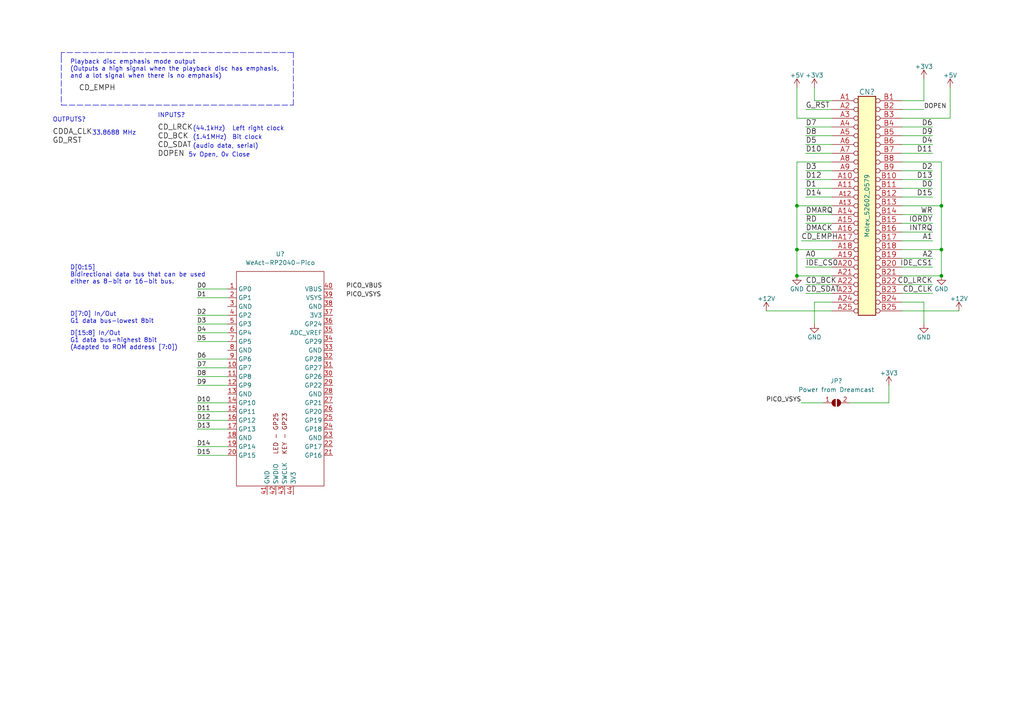
<source format=kicad_sch>
(kicad_sch (version 20211123) (generator eeschema)
  (paper "A4")
  (lib_symbols
    (symbol "Jumper:SolderJumper_2_Open" (pin_names (offset 0) hide)
      (property "Reference" "JP" (at 0 2.032 0))
      (property "Value" "SolderJumper_2_Open" (at 0 -2.54 0))
      (symbol "SolderJumper_2_Open_0_1"
        (arc (start -0.254 1.016) (mid -1.27 0) (end -0.254 -1.016))
        (arc (start -0.254 1.016) (mid -1.27 0) (end -0.254 -1.016) (fill (type outline)))
        (polyline (pts (xy -0.254 1.016) (xy -0.254 -1.016)))
        (polyline (pts (xy 0.254 1.016) (xy 0.254 -1.016)))
        (arc (start 0.254 -1.016) (mid 1.27 0) (end 0.254 1.016))
        (arc (start 0.254 -1.016) (mid 1.27 0) (end 0.254 1.016) (fill (type outline)))
      )
      (symbol "SolderJumper_2_Open_1_1"
        (pin passive line (at -3.81 0 0) (length 2.54) (name "A") (number "1"))
        (pin passive line (at 3.81 0 180) (length 2.54) (name "B") (number "2"))
      )
    )
    (symbol "Molex_52602_0579:Molex_52602_0579" (pin_names (offset 0.254) hide)
      (property "Reference" "CN" (at 0 33.02 0))
      (property "Value" "Molex_52602_0579" (at 0 0 90))
      (symbol "Molex_52602_0579_0_1"
        (rectangle (start -2.54 31.75) (end 2.54 -31.75) (stroke (width 0.254)) (fill (type background)))
      )
      (symbol "Molex_52602_0579_1_1"
        (pin passive inverted (at -10.16 30.48 0) (length 7.62) (name "A1") (number "A1"))
        (pin passive inverted (at -10.16 7.62 0) (length 7.62) (name "A10") (number "A10"))
        (pin passive inverted (at -10.16 5.08 0) (length 7.62) (name "A11") (number "A11"))
        (pin input inverted (at -10.16 2.54 0) (length 7.62) (name "A12") (number "A12"))
        (pin input inverted (at -10.16 0 0) (length 7.62) (name "A13") (number "A13"))
        (pin passive inverted (at -10.16 -2.54 0) (length 7.62) (name "A14") (number "A14"))
        (pin passive inverted (at -10.16 -5.08 0) (length 7.62) (name "A15") (number "A15"))
        (pin passive inverted (at -10.16 -7.62 0) (length 7.62) (name "A16") (number "A16"))
        (pin passive inverted (at -10.16 -10.16 0) (length 7.62) (name "A17") (number "A17"))
        (pin passive inverted (at -10.16 -12.7 0) (length 7.62) (name "A18") (number "A18"))
        (pin passive inverted (at -10.16 -15.24 0) (length 7.62) (name "A19") (number "A19"))
        (pin passive inverted (at -10.16 27.94 0) (length 7.62) (name "A2") (number "A2"))
        (pin passive inverted (at -10.16 -17.78 0) (length 7.62) (name "A20") (number "A20"))
        (pin passive inverted (at -10.16 -20.32 0) (length 7.62) (name "A21") (number "A21"))
        (pin passive inverted (at -10.16 -22.86 0) (length 7.62) (name "A22") (number "A22"))
        (pin passive inverted (at -10.16 -25.4 0) (length 7.62) (name "A23") (number "A23"))
        (pin passive inverted (at -10.16 -27.94 0) (length 7.62) (name "A24") (number "A24"))
        (pin passive inverted (at -10.16 -30.48 0) (length 7.62) (name "A25") (number "A25"))
        (pin passive inverted (at -10.16 25.4 0) (length 7.62) (name "A3") (number "A3"))
        (pin passive inverted (at -10.16 22.86 0) (length 7.62) (name "A4") (number "A4"))
        (pin passive inverted (at -10.16 20.32 0) (length 7.62) (name "A5") (number "A5"))
        (pin passive inverted (at -10.16 17.78 0) (length 7.62) (name "A6") (number "A6"))
        (pin passive inverted (at -10.16 15.24 0) (length 7.62) (name "A7") (number "A7"))
        (pin passive inverted (at -10.16 12.7 0) (length 7.62) (name "A8") (number "A8"))
        (pin passive inverted (at -10.16 10.16 0) (length 7.62) (name "A9") (number "A9"))
        (pin passive inverted (at 10.16 30.48 180) (length 7.62) (name "B1") (number "B1"))
        (pin passive inverted (at 10.16 7.62 180) (length 7.62) (name "B10") (number "B10"))
        (pin passive inverted (at 10.16 5.08 180) (length 7.62) (name "B11") (number "B11"))
        (pin passive inverted (at 10.16 2.54 180) (length 7.62) (name "B12") (number "B12"))
        (pin passive inverted (at 10.16 0 180) (length 7.62) (name "B13") (number "B13"))
        (pin passive inverted (at 10.16 -2.54 180) (length 7.62) (name "B14") (number "B14"))
        (pin passive inverted (at 10.16 -5.08 180) (length 7.62) (name "B15") (number "B15"))
        (pin passive inverted (at 10.16 -7.62 180) (length 7.62) (name "B16") (number "B16"))
        (pin passive inverted (at 10.16 -10.16 180) (length 7.62) (name "B17") (number "B17"))
        (pin passive inverted (at 10.16 -12.7 180) (length 7.62) (name "B18") (number "B18"))
        (pin passive inverted (at 10.16 -15.24 180) (length 7.62) (name "B19") (number "B19"))
        (pin passive inverted (at 10.16 27.94 180) (length 7.62) (name "B2") (number "B2"))
        (pin passive inverted (at 10.16 -17.78 180) (length 7.62) (name "B20") (number "B20"))
        (pin passive inverted (at 10.16 -20.32 180) (length 7.62) (name "B21") (number "B21"))
        (pin passive inverted (at 10.16 -22.86 180) (length 7.62) (name "B22") (number "B22"))
        (pin passive inverted (at 10.16 -25.4 180) (length 7.62) (name "B23") (number "B23"))
        (pin passive inverted (at 10.16 -27.94 180) (length 7.62) (name "B24") (number "B24"))
        (pin passive inverted (at 10.16 -30.48 180) (length 7.62) (name "B25") (number "B25"))
        (pin passive inverted (at 10.16 25.4 180) (length 7.62) (name "B3") (number "B3"))
        (pin passive inverted (at 10.16 22.86 180) (length 7.62) (name "B4") (number "B4"))
        (pin passive inverted (at 10.16 20.32 180) (length 7.62) (name "B5") (number "B5"))
        (pin passive inverted (at 10.16 17.78 180) (length 7.62) (name "B6") (number "B6"))
        (pin passive inverted (at 10.16 15.24 180) (length 7.62) (name "B7") (number "B7"))
        (pin passive inverted (at 10.16 12.7 180) (length 7.62) (name "B8") (number "B8"))
        (pin passive inverted (at 10.16 10.16 180) (length 7.62) (name "B9") (number "B9"))
      )
    )
    (symbol "Weact-RP2040-Pico:WeAct-RP2040-Pico"
      (property "Reference" "U" (at 0 16.51 0))
      (property "Value" "WeAct-RP2040-Pico" (at 0 19.05 0))
      (symbol "WeAct-RP2040-Pico_0_0"
        (text "KEY - GP23" (at 1.27 -26.67 900) (effects (font (size 1.27 1.27))))
        (text "LED - GP25" (at -1.27 -26.67 900) (effects (font (size 1.27 1.27))))
      )
      (symbol "WeAct-RP2040-Pico_0_1"
        (rectangle (start -12.7 20.32) (end 12.7 -41.91))
      )
      (symbol "WeAct-RP2040-Pico_1_1"
        (pin bidirectional line (at -15.24 15.24 0) (length 2.54) (name "GP0") (number "1"))
        (pin bidirectional line (at -15.24 -7.62 0) (length 2.54) (name "GP7") (number "10"))
        (pin bidirectional line (at -15.24 -10.16 0) (length 2.54) (name "GP8") (number "11"))
        (pin bidirectional line (at -15.24 -12.7 0) (length 2.54) (name "GP9") (number "12"))
        (pin bidirectional line (at -15.24 -15.24 0) (length 2.54) (name "GND") (number "13"))
        (pin bidirectional line (at -15.24 -17.78 0) (length 2.54) (name "GP10") (number "14"))
        (pin bidirectional line (at -15.24 -20.32 0) (length 2.54) (name "GP11") (number "15"))
        (pin bidirectional line (at -15.24 -22.86 0) (length 2.54) (name "GP12") (number "16"))
        (pin bidirectional line (at -15.24 -25.4 0) (length 2.54) (name "GP13") (number "17"))
        (pin bidirectional line (at -15.24 -27.94 0) (length 2.54) (name "GND") (number "18"))
        (pin bidirectional line (at -15.24 -30.48 0) (length 2.54) (name "GP14") (number "19"))
        (pin bidirectional line (at -15.24 12.7 0) (length 2.54) (name "GP1") (number "2"))
        (pin bidirectional line (at -15.24 -33.02 0) (length 2.54) (name "GP15") (number "20"))
        (pin bidirectional line (at 15.24 -33.02 180) (length 2.54) (name "GP16") (number "21"))
        (pin bidirectional line (at 15.24 -30.48 180) (length 2.54) (name "GP17") (number "22"))
        (pin bidirectional line (at 15.24 -27.94 180) (length 2.54) (name "GND") (number "23"))
        (pin bidirectional line (at 15.24 -25.4 180) (length 2.54) (name "GP18") (number "24"))
        (pin bidirectional line (at 15.24 -22.86 180) (length 2.54) (name "GP19") (number "25"))
        (pin bidirectional line (at 15.24 -20.32 180) (length 2.54) (name "GP20") (number "26"))
        (pin bidirectional line (at 15.24 -17.78 180) (length 2.54) (name "GP21") (number "27"))
        (pin bidirectional line (at 15.24 -15.24 180) (length 2.54) (name "GND") (number "28"))
        (pin bidirectional line (at 15.24 -12.7 180) (length 2.54) (name "GP22") (number "29"))
        (pin bidirectional line (at -15.24 10.16 0) (length 2.54) (name "GND") (number "3"))
        (pin bidirectional line (at 15.24 -10.16 180) (length 2.54) (name "GP26") (number "30"))
        (pin bidirectional line (at 15.24 -7.62 180) (length 2.54) (name "GP27") (number "31"))
        (pin bidirectional line (at 15.24 -5.08 180) (length 2.54) (name "GP28") (number "32"))
        (pin bidirectional line (at 15.24 -2.54 180) (length 2.54) (name "GND") (number "33"))
        (pin bidirectional line (at 15.24 0 180) (length 2.54) (name "GP29") (number "34"))
        (pin bidirectional line (at 15.24 2.54 180) (length 2.54) (name "ADC_VREF") (number "35"))
        (pin bidirectional line (at 15.24 5.08 180) (length 2.54) (name "GP24") (number "36"))
        (pin bidirectional line (at 15.24 7.62 180) (length 2.54) (name "3V3") (number "37"))
        (pin bidirectional line (at 15.24 10.16 180) (length 2.54) (name "GND") (number "38"))
        (pin bidirectional line (at 15.24 12.7 180) (length 2.54) (name "VSYS") (number "39"))
        (pin bidirectional line (at -15.24 7.62 0) (length 2.54) (name "GP2") (number "4"))
        (pin bidirectional line (at 15.24 15.24 180) (length 2.54) (name "VBUS") (number "40"))
        (pin bidirectional line (at -3.81 -44.45 90) (length 2.54) (name "GND") (number "41"))
        (pin bidirectional line (at -1.27 -44.45 90) (length 2.54) (name "SWDIO") (number "42"))
        (pin bidirectional line (at 1.27 -44.45 90) (length 2.54) (name "SWCLK") (number "43"))
        (pin bidirectional line (at 3.81 -44.45 90) (length 2.54) (name "3V3") (number "44"))
        (pin bidirectional line (at -15.24 5.08 0) (length 2.54) (name "GP3") (number "5"))
        (pin bidirectional line (at -15.24 2.54 0) (length 2.54) (name "GP4") (number "6"))
        (pin bidirectional line (at -15.24 0 0) (length 2.54) (name "GP5") (number "7"))
        (pin bidirectional line (at -15.24 -2.54 0) (length 2.54) (name "GND") (number "8"))
        (pin bidirectional line (at -15.24 -5.08 0) (length 2.54) (name "GP6") (number "9"))
      )
    )
    (symbol "power:+12V" (power) (pin_names (offset 0))
      (property "Value" "+12V" (at 0 3.556 0))
      (symbol "+12V_0_1"
        (polyline (pts (xy -0.762 1.27) (xy 0 2.54)))
        (polyline (pts (xy 0 0) (xy 0 2.54)))
        (polyline (pts (xy 0 2.54) (xy 0.762 1.27)))
      )
      (symbol "+12V_1_1"
        (pin power_in line (at 0 0 90) (length 0) hide (name "+12V") (number "1"))
      )
    )
    (symbol "power:+3V3" (power) (pin_names (offset 0))
      (property "Value" "+3V3" (at 0 3.556 0))
      (symbol "+3V3_0_1"
        (polyline (pts (xy -0.762 1.27) (xy 0 2.54)))
        (polyline (pts (xy 0 0) (xy 0 2.54)))
        (polyline (pts (xy 0 2.54) (xy 0.762 1.27)))
      )
      (symbol "+3V3_1_1"
        (pin power_in line (at 0 0 90) (length 0) hide (name "+3V3") (number "1"))
      )
    )
    (symbol "power:+5V" (power) (pin_names (offset 0))
      (property "Value" "+5V" (at 0 3.556 0))
      (symbol "+5V_0_1"
        (polyline (pts (xy -0.762 1.27) (xy 0 2.54)))
        (polyline (pts (xy 0 0) (xy 0 2.54)))
        (polyline (pts (xy 0 2.54) (xy 0.762 1.27)))
      )
      (symbol "+5V_1_1"
        (pin power_in line (at 0 0 90) (length 0) hide (name "+5V") (number "1"))
      )
    )
    (symbol "power:GND" (power) (pin_names (offset 0))
      (property "Value" "GND" (at 0 -3.81 0))
      (symbol "GND_0_1"
        (polyline (pts (xy 0 0) (xy 0 -1.27) (xy 1.27 -1.27) (xy 0 -2.54) (xy -1.27 -1.27) (xy 0 -1.27)))
      )
      (symbol "GND_1_1"
        (pin power_in line (at 0 0 270) (length 0) hide (name "GND") (number "1"))
      )
    )
  )
  (junction (at 273.05 59.69))
  (junction (at 231.14 72.39))
  (junction (at 273.05 80.01))
  (junction (at 231.14 59.69))
  (junction (at 231.14 80.01))
  (junction (at 273.05 72.39))
  (wire (pts (xy 57.15 109.22) (xy 66.04 109.22)))
  (wire (pts (xy 273.05 46.99) (xy 273.05 59.69)))
  (wire (pts (xy 267.97 87.63) (xy 267.97 93.98)))
  (wire (pts (xy 241.3 36.83) (xy 233.68 36.83)))
  (wire (pts (xy 261.62 36.83) (xy 270.51 36.83)))
  (wire (pts (xy 57.15 106.68) (xy 66.04 106.68)))
  (wire (pts (xy 273.05 72.39) (xy 273.05 80.01)))
  (wire (pts (xy 231.14 72.39) (xy 241.3 72.39)))
  (wire (pts (xy 57.15 86.36) (xy 66.04 86.36)))
  (wire (pts (xy 231.14 46.99) (xy 231.14 59.69)))
  (wire (pts (xy 231.14 34.29) (xy 241.3 34.29)))
  (wire (pts (xy 261.62 82.55) (xy 270.51 82.55)))
  (wire (pts (xy 261.62 49.53) (xy 270.51 49.53)))
  (polyline (pts (xy 17.78 15.24) (xy 17.78 16.51)))
  (wire (pts (xy 261.62 44.45) (xy 270.51 44.45)))
  (wire (pts (xy 261.62 85.09) (xy 270.51 85.09)))
  (wire (pts (xy 261.62 87.63) (xy 267.97 87.63)))
  (wire (pts (xy 261.62 54.61) (xy 270.51 54.61)))
  (wire (pts (xy 241.3 31.75) (xy 233.68 31.75)))
  (wire (pts (xy 236.22 29.21) (xy 241.3 29.21)))
  (wire (pts (xy 57.15 132.08) (xy 66.04 132.08)))
  (wire (pts (xy 241.3 87.63) (xy 236.22 87.63)))
  (wire (pts (xy 57.15 99.06) (xy 66.04 99.06)))
  (wire (pts (xy 231.14 59.69) (xy 241.3 59.69)))
  (wire (pts (xy 273.05 72.39) (xy 261.62 72.39)))
  (wire (pts (xy 257.81 111.76) (xy 257.81 116.84)))
  (wire (pts (xy 57.15 93.98) (xy 66.04 93.98)))
  (wire (pts (xy 236.22 87.63) (xy 236.22 93.98)))
  (wire (pts (xy 261.62 62.23) (xy 270.51 62.23)))
  (wire (pts (xy 261.62 34.29) (xy 275.59 34.29)))
  (wire (pts (xy 273.05 59.69) (xy 273.05 72.39)))
  (wire (pts (xy 57.15 121.92) (xy 66.04 121.92)))
  (wire (pts (xy 231.14 72.39) (xy 231.14 80.01)))
  (wire (pts (xy 241.3 54.61) (xy 233.68 54.61)))
  (wire (pts (xy 233.68 64.77) (xy 241.3 64.77)))
  (wire (pts (xy 261.62 90.17) (xy 278.13 90.17)))
  (wire (pts (xy 261.62 69.85) (xy 270.51 69.85)))
  (wire (pts (xy 241.3 52.07) (xy 233.68 52.07)))
  (wire (pts (xy 261.62 67.31) (xy 270.51 67.31)))
  (wire (pts (xy 57.15 104.14) (xy 66.04 104.14)))
  (wire (pts (xy 273.05 80.01) (xy 261.62 80.01)))
  (wire (pts (xy 261.62 39.37) (xy 270.51 39.37)))
  (wire (pts (xy 232.41 116.84) (xy 238.76 116.84)))
  (wire (pts (xy 261.62 31.75) (xy 267.97 31.75)))
  (wire (pts (xy 231.14 80.01) (xy 241.3 80.01)))
  (polyline (pts (xy 85.09 15.24) (xy 17.78 15.24)))
  (wire (pts (xy 57.15 119.38) (xy 66.04 119.38)))
  (wire (pts (xy 236.22 25.4) (xy 236.22 29.21)))
  (wire (pts (xy 261.62 57.15) (xy 270.51 57.15)))
  (wire (pts (xy 231.14 46.99) (xy 241.3 46.99)))
  (wire (pts (xy 57.15 116.84) (xy 66.04 116.84)))
  (wire (pts (xy 261.62 52.07) (xy 270.51 52.07)))
  (wire (pts (xy 233.68 85.09) (xy 241.3 85.09)))
  (polyline (pts (xy 17.78 16.51) (xy 17.78 30.48)))
  (wire (pts (xy 261.62 46.99) (xy 273.05 46.99)))
  (wire (pts (xy 257.81 116.84) (xy 246.38 116.84)))
  (wire (pts (xy 57.15 124.46) (xy 66.04 124.46)))
  (wire (pts (xy 261.62 74.93) (xy 270.51 74.93)))
  (wire (pts (xy 241.3 82.55) (xy 233.68 82.55)))
  (wire (pts (xy 57.15 91.44) (xy 66.04 91.44)))
  (wire (pts (xy 57.15 129.54) (xy 66.04 129.54)))
  (wire (pts (xy 241.3 69.85) (xy 232.41 69.85)))
  (wire (pts (xy 241.3 49.53) (xy 233.68 49.53)))
  (wire (pts (xy 267.97 22.86) (xy 267.97 29.21)))
  (wire (pts (xy 275.59 34.29) (xy 275.59 25.4)))
  (polyline (pts (xy 85.09 30.48) (xy 85.09 15.24)))
  (wire (pts (xy 261.62 41.91) (xy 270.51 41.91)))
  (wire (pts (xy 241.3 74.93) (xy 233.68 74.93)))
  (polyline (pts (xy 17.78 30.48) (xy 85.09 30.48)))
  (wire (pts (xy 57.15 111.76) (xy 66.04 111.76)))
  (wire (pts (xy 57.15 83.82) (xy 66.04 83.82)))
  (wire (pts (xy 57.15 96.52) (xy 66.04 96.52)))
  (wire (pts (xy 231.14 25.4) (xy 231.14 34.29)))
  (wire (pts (xy 241.3 41.91) (xy 233.68 41.91)))
  (wire (pts (xy 261.62 77.47) (xy 270.51 77.47)))
  (wire (pts (xy 241.3 39.37) (xy 233.68 39.37)))
  (wire (pts (xy 241.3 77.47) (xy 233.68 77.47)))
  (wire (pts (xy 267.97 29.21) (xy 261.62 29.21)))
  (wire (pts (xy 261.62 59.69) (xy 273.05 59.69)))
  (wire (pts (xy 233.68 67.31) (xy 241.3 67.31)))
  (wire (pts (xy 231.14 59.69) (xy 231.14 72.39)))
  (wire (pts (xy 261.62 64.77) (xy 270.51 64.77)))
  (wire (pts (xy 241.3 57.15) (xy 233.68 57.15)))
  (wire (pts (xy 241.3 44.45) (xy 233.68 44.45)))
  (wire (pts (xy 233.68 62.23) (xy 241.3 62.23)))
  (wire (pts (xy 222.25 90.17) (xy 241.3 90.17)))
  (text "RD (Read strobe signal from the host)\nAt the falling edge of this signal, the data on the DDO- DD7, DD8-DD15 data bus from the device \nregister or data port become valid. At the rising edge of this signal, the host latches on to the data. \nUntil latching is completed, the host cannot access the data. " (at 311.15 44.45 0) (effects (font (size 1.27 1.27)) (justify left bottom)))
  (text "(1.41MHz)" (at 55.88 40.64 0) (effects (font (size 1.27 1.27)) (justify left bottom)))
  (text "WR (Write strobe signal from the host)\nAt the falling edge of this signal, the data on \nDDO- DD7, DD8-DD15 data bus from the device \nregister or data port are latched. \n\nUntil latching is completed, \nthe device cannot access the data. " (at 311.15 64.77 0) (effects (font (size 1.27 1.27)) (justify left bottom)))
  (text "Left right clock\n" (at 67.31 38.1 0) (effects (font (size 1.27 1.27)) (justify left bottom)))
  (text "ROM address[10:8]" (at 309.88 -5.08 0) (effects (font (size 1.27 1.27)) (justify left bottom)))
  (text " GD-ROM chip selection" (at 309.88 10.16 0) (effects (font (size 1.27 1.27)) (justify left bottom)))
  (text "Specifies the register and data read/write port." (at 303.53 -10.16 0) (effects (font (size 1.27 1.27)) (justify left bottom)))
  (text "Playback disc emphasis mode output \n(Outputs a high signal when the playback disc has emphasis, \nand a lot signal when there is no emphasis)" (at 20.32 22.86 0) (effects (font (size 1.27 1.27)) (justify left bottom)))
  (text "D[15:8] In/Out\nG1 data bus-highest 8bit\n(Adapted to ROM address [7:0])" (at 20.32 101.6 0) (effects (font (size 1.27 1.27)) (justify left bottom)))
  (text "DMACK- (DMA acknowledge) (optional) \nThis signal is used by the host in response to DMARQ, for initiating a DMA transfer. \n\nDMARQ- (DMA request) (optional) \nThis signal is used for DMA transfer between the host and this device. When data transfer is \npossible, the device drives the signal. \n\nThe data transfer direction is controlled by the DIOR- and DIOW- commands. \n\nThis signal is used in handshaking with the DMACK- signal. \n\nWhen no device is selected and when no DMA commands are being executed, the signal line is \nalways in the high- impedance (release) state. \n\nWhen DMA transfer is being carried out, the signal is driven by the device. " (at 311.15 100.33 0) (effects (font (size 1.27 1.27)) (justify left bottom)))
  (text "(audio data, serial)" (at 55.88 43.18 0) (effects (font (size 1.27 1.27)) (justify left bottom)))
  (text "OUTPUTS?" (at 15.24 35.56 0) (effects (font (size 1.27 1.27)) (justify left bottom)))
  (text "INTRQ (Device interrupt) \n\nServes for issuing an interrupt to the host. The INTRQ signal has a hold function which asserts \nthe interrupt only when the device is selected and the host has cleared the nIEN bit in the device \ncontrol register. \n\nWhen the nIEN bit is \"1\", or when the device is not selected, the INTRQ signal is in the \nhigh-impedance state, regardless of the presence of the hold interrupt. \n\nIn the interrupt hold state, the following OR conditions are cleared. \n\n♦ RESET signal assertion \n\n♦ Device control register SRSRT bit reset \n\n♦ When host has written to command register \n\n♦ When host has read from command register \n\nFor PIO transfer, the INTRQ signal is asserted at the start of each transferred data. The data \nblock is normally a single sector, unless declared otherwise by a separate method. \n\nFor DMA transfer, the INTRQ signal is asserted only once, after the command has terminated. " (at 311.15 157.48 0) (effects (font (size 1.27 1.27)) (justify left bottom)))
  (text "5v Open, 0v Close" (at 54.61 45.72 0) (effects (font (size 1.27 1.27)) (justify left bottom)))
  (text "33.8688 MHz" (at 26.67 39.37 0) (effects (font (size 1.27 1.27)) (justify left bottom)))
  (text "(44.1kHz)" (at 55.88 38.1 0) (effects (font (size 1.27 1.27)) (justify left bottom)))
  (text "D[0:15]\nBidirectional data bus that can be used \neither as 8-bit or 16-bit bus. " (at 20.32 82.55 0) (effects (font (size 1.27 1.27)) (justify left bottom)))
  (text "IDE_CSO (Chip select 0) \nServes for selecting the command block register. \nNote: This signal is known as \"CS1FX-\" in the industry. \n\nIDE_CS1(Chip select 1) \nServes for selecting the control block register. \nNote: This signal is known as \"CS3FX-\" in the industry. " (at 311.15 26.67 0) (effects (font (size 1.27 1.27)) (justify left bottom)))
  (text "D[7:0] In/Out \nG1 data bus-lowest 8bit" (at 20.32 93.98 0) (effects (font (size 1.27 1.27)) (justify left bottom)))
  (text "IORDY (I/O channel ready) \n\nWhen the device cannot comply with a data transfer request, the signal is negated in order to \nexpand the register access host transfer cycles. \n\nWhen this signal is driven, it is valid only during the DIOR-/DIOW- cycle for the selected device. \n\nWhen the IORDY signal is not negated, it is in the high- impedance state, because it is an open \ncollector signal. " (at 311.15 185.42 0) (effects (font (size 1.27 1.27)) (justify left bottom)))
  (text "Bit clock" (at 67.31 40.64 0) (effects (font (size 1.27 1.27)) (justify left bottom)))
  (text "G1RAL[10:8] = A2, A1, A0" (at 309.88 -7.62 0) (effects (font (size 1.27 1.27)) (justify left bottom)))
  (text "INPUTS?" (at 45.72 34.29 0) (effects (font (size 1.27 1.27)) (justify left bottom)))
  (text "RESET (Device reset) \nThis signal is issued by the host. It is asserted at the start of power-on, and the assert state is \nmaintained until the power supply level has stabilized. This is a tolerance interval until device \nreset after power-on. \n\n\nMCK (Main clock) \n33.8688 MHz clock signal for AICA use. \n\n\nBCLK (Bit clock) \nClock signal for fetching Digital Audio. \n\n\nLRCK (Left right clock) \nDigital Audio left/right discriminant signal. \n\n\nSDTATA (Serial data) \nDigital Audio data. \n\n\nEMPH (Emphasis) \nA High output signal is obtainable if preemphasis is applied to Digital Audio during playback or \nscan playback. Should there be irregularities in the subcode Q data during playback, the value of \nthe previous time is retained and output. Low is output when power is turned ON, when reset, \nwhen playback is stopped, when the lid is open and when no disc is inserted. " (at 311.15 252.73 0) (effects (font (size 1.27 1.27)) (justify left bottom)))
  (label "IDE_CS0" (at 300.99 8.89 0) (effects (font (size 1.524 1.524))))
  (label "RD" (at 306.07 39.37 0) (effects (font (size 1.524 1.524))))
  (label "CD_EMPH" (at 22.86 26.67 0) (effects (font (size 1.524 1.524))))
  (label "D3" (at 57.15 93.98 0))
  (label "PICO_VSYS" (at 232.41 116.84 180))
  (label "RD" (at 233.68 64.77 0) (effects (font (size 1.524 1.524))))
  (label "D15" (at 270.51 57.15 180) (effects (font (size 1.524 1.524))))
  (label "DOPEN" (at 45.72 45.72 0) (effects (font (size 1.52 1.52))))
  (label "DMACK" (at 300.99 73.66 0) (effects (font (size 1.524 1.524))))
  (label "D13" (at 270.51 52.07 180) (effects (font (size 1.524 1.524))))
  (label "G_RST" (at 233.68 31.75 0) (effects (font (size 1.524 1.524))))
  (label "D13" (at 57.15 124.46 0))
  (label "D5" (at 233.68 41.91 0) (effects (font (size 1.524 1.524))))
  (label "D2" (at 57.15 91.44 0))
  (label "D12" (at 57.15 121.92 0))
  (label "CD_LRCK" (at 270.51 82.55 180) (effects (font (size 1.524 1.524))))
  (label "IORDY" (at 302.26 168.91 0) (effects (font (size 1.524 1.524))))
  (label "PICO_VSYS" (at 100.33 86.36 0))
  (label "CD_CLK" (at 270.51 85.09 180) (effects (font (size 1.524 1.524))))
  (label "IDE_CS0" (at 233.68 77.47 0) (effects (font (size 1.524 1.524))))
  (label "D11" (at 57.15 119.38 0))
  (label "A0" (at 233.68 74.93 0) (effects (font (size 1.524 1.524))))
  (label "D10" (at 233.68 44.45 0) (effects (font (size 1.524 1.524))))
  (label "CD_SDAT" (at 233.68 85.09 0) (effects (font (size 1.524 1.524))))
  (label "D3" (at 233.68 49.53 0) (effects (font (size 1.524 1.524))))
  (label "CD_EMPH" (at 232.41 69.85 0) (effects (font (size 1.524 1.524))))
  (label "D14" (at 57.15 129.54 0))
  (label "A2" (at 270.51 74.93 180) (effects (font (size 1.524 1.524))))
  (label "CD_BCK" (at 45.72 40.64 0) (effects (font (size 1.524 1.524))))
  (label "D0" (at 270.51 54.61 180) (effects (font (size 1.524 1.524))))
  (label "INTRQ" (at 302.26 113.03 0) (effects (font (size 1.524 1.524))))
  (label "CDDA_CLK" (at 15.24 39.37 0) (effects (font (size 1.524 1.524))))
  (label "WR" (at 306.07 53.34 0) (effects (font (size 1.524 1.524))))
  (label "A1" (at 270.51 69.85 180) (effects (font (size 1.524 1.524))))
  (label "A2" (at 303.53 -7.62 0))
  (label "D7" (at 233.68 36.83 0) (effects (font (size 1.524 1.524))))
  (label "D6" (at 270.51 36.83 180) (effects (font (size 1.524 1.524))))
  (label "D10" (at 57.15 116.84 0))
  (label "D11" (at 270.51 44.45 180) (effects (font (size 1.524 1.524))))
  (label "CD_BCK" (at 233.68 82.55 0) (effects (font (size 1.524 1.524))))
  (label "CD_LRCK" (at 45.72 38.1 0) (effects (font (size 1.524 1.524))))
  (label "DMARQ" (at 233.68 62.23 0) (effects (font (size 1.524 1.524))))
  (label "DOPEN" (at 267.97 31.75 0))
  (label "D7" (at 57.15 106.68 0))
  (label "D8" (at 57.15 109.22 0))
  (label "A1" (at 303.53 -5.08 0))
  (label "D1" (at 57.15 86.36 0))
  (label "PICO_VBUS" (at 100.33 83.82 0))
  (label "IDE_CS1" (at 300.99 11.43 0) (effects (font (size 1.524 1.524))))
  (label "D4" (at 270.51 41.91 180) (effects (font (size 1.524 1.524))))
  (label "D15" (at 57.15 132.08 0))
  (label "D9" (at 270.51 39.37 180) (effects (font (size 1.524 1.524))))
  (label "D8" (at 233.68 39.37 0) (effects (font (size 1.524 1.524))))
  (label "D0" (at 57.15 83.82 0))
  (label "D4" (at 57.15 96.52 0))
  (label "D12" (at 233.68 52.07 0) (effects (font (size 1.524 1.524))))
  (label "WR" (at 270.51 62.23 180) (effects (font (size 1.524 1.524))))
  (label "D5" (at 57.15 99.06 0))
  (label "D2" (at 270.51 49.53 180) (effects (font (size 1.524 1.524))))
  (label "D1" (at 233.68 54.61 0) (effects (font (size 1.524 1.524))))
  (label "CD_SDAT" (at 45.72 43.18 0) (effects (font (size 1.524 1.524))))
  (label "D14" (at 233.68 57.15 0) (effects (font (size 1.524 1.524))))
  (label "D6" (at 57.15 104.14 0))
  (label "DMARQ" (at 300.99 71.12 0) (effects (font (size 1.524 1.524))))
  (label "A0" (at 303.53 -2.54 0))
  (label "GD_RST" (at 15.24 41.91 0) (effects (font (size 1.524 1.524))))
  (label "IDE_CS1" (at 270.51 77.47 180) (effects (font (size 1.524 1.524))))
  (label "IORDY" (at 270.51 64.77 180) (effects (font (size 1.524 1.524))))
  (label "D9" (at 57.15 111.76 0))
  (label "INTRQ" (at 270.51 67.31 180) (effects (font (size 1.524 1.524))))
  (label "DMACK" (at 233.68 67.31 0) (effects (font (size 1.524 1.524))))
  (symbol (lib_id "power:+3V3") (at 236.22 25.4 0) (unit 1)
    (property "Reference" "#PWR?" (effects hide))
    (property "Value" "+3V3" (at 236.22 21.844 0))
  )
  (symbol (lib_id "Weact-RP2040-Pico:WeAct-RP2040-Pico") (at 81.28 99.06 0) (unit 1)
    (property "Reference" "U?" (at 81.28 73.66 0))
    (property "Value" "WeAct-RP2040-Pico" (at 81.28 76.2 0))
    (property "Footprint" "WeAct-RP2040-Pico:WeAct-RP2040-Pico" (effects hide))
    (property "Datasheet" "https://github.com/WeActStudio/WeActStudio.RP2040CoreBoard/tree/master" (effects hide))
  )
  (symbol (lib_id "power:+5V") (at 275.59 25.4 0) (unit 1)
    (property "Reference" "#PWR?" (effects hide))
    (property "Value" "+5V" (at 275.59 21.844 0))
  )
  (symbol (lib_id "Molex_52602_0579:Molex_52602_0579") (at 251.46 59.69 0) (unit 1)
    (property "Reference" "CN?" (at 251.46 26.67 0) (effects (font (size 1.524 1.524))))
    (property "Value" "Molex_52602_0579" (at 251.46 59.69 90))
    (property "Footprint" "Molex_52602_0579:Molex_52602_0579" (effects hide))
  )
  (symbol (lib_id "Jumper:SolderJumper_2_Open") (at 242.57 116.84 0) (unit 1)
    (property "Reference" "JP?" (at 242.57 110.49 0))
    (property "Value" "Power from Dreamcast" (at 242.57 113.03 0))
  )
  (symbol (lib_id "power:GND") (at 267.97 93.98 0) (unit 1)
    (property "Reference" "#PWR?" (effects hide))
    (property "Value" "GND" (at 267.97 97.79 0))
  )
  (symbol (lib_id "power:GND") (at 231.14 80.01 0) (unit 1)
    (property "Reference" "#PWR?" (effects hide))
    (property "Value" "GND" (at 231.14 83.82 0))
  )
  (symbol (lib_id "power:+12V") (at 222.25 90.17 0) (unit 1)
    (property "Reference" "#PWR?" (effects hide))
    (property "Value" "+12V" (at 222.25 86.614 0))
  )
  (symbol (lib_id "power:+3V3") (at 257.81 111.76 0) (unit 1)
    (property "Reference" "#PWR?" (effects hide))
    (property "Value" "+3V3" (at 257.81 108.204 0))
  )
  (symbol (lib_id "power:GND") (at 236.22 93.98 0) (unit 1)
    (property "Reference" "#PWR?" (effects hide))
    (property "Value" "GND" (at 236.22 97.79 0))
  )
  (symbol (lib_id "power:GND") (at 273.05 80.01 0) (unit 1)
    (property "Reference" "#PWR?" (effects hide))
    (property "Value" "GND" (at 273.05 83.82 0))
  )
  (symbol (lib_id "power:+12V") (at 278.13 90.17 0) (unit 1)
    (property "Reference" "#PWR?" (effects hide))
    (property "Value" "+12V" (at 278.13 86.614 0))
  )
  (symbol (lib_id "power:+5V") (at 231.14 25.4 0) (unit 1)
    (property "Reference" "#PWR?" (effects hide))
    (property "Value" "+5V" (at 231.14 21.844 0))
  )
  (symbol (lib_id "power:+3V3") (at 267.97 22.86 0) (unit 1)
    (property "Reference" "#PWR?" (effects hide))
    (property "Value" "+3V3" (at 267.97 19.304 0))
  )
)
</source>
